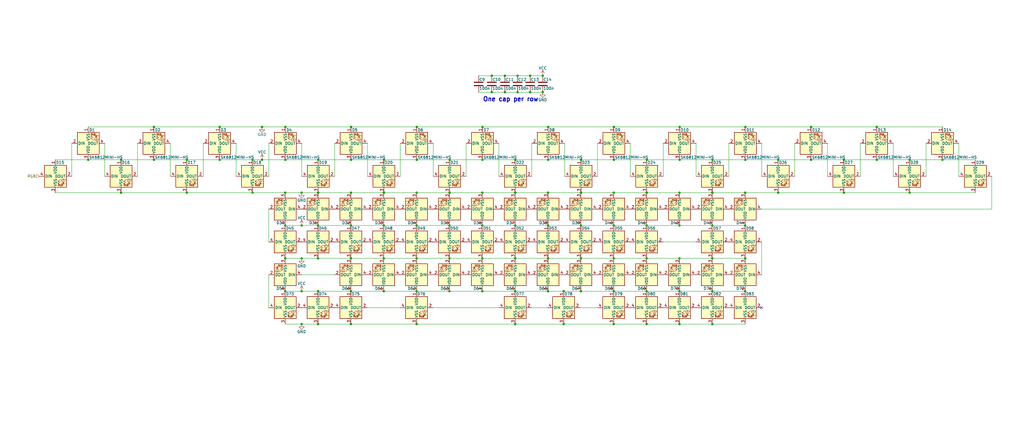
<source format=kicad_sch>
(kicad_sch (version 20211123) (generator eeschema)
  (paper "User" 475.005 200)
  (title_block (title "RGB LEDs") (date "2021-11-01") (rev "1.0") (company "0xCB") (comment 1 "Conor Burns"))
  (lib_symbols
    (symbol "0xcb:SK6812MINI-E" (pin_names (offset 0.254))
      (property "Reference" "D" (at 5.08 5.715 0))
      (property "Value" "SK6812MINI-E" (at 1.27 -5.715 0))
      (symbol "SK6812MINI-E_0_0"
        (text "RGB" (at 2.286 -4.191 0) (effects (font (size 0.762 0.762))))
      )
      (symbol "SK6812MINI-E_0_1"
        (polyline (pts (xy 1.27 -3.556) (xy 1.778 -3.556)))
        (polyline (pts (xy 1.27 -2.54) (xy 1.778 -2.54)))
        (polyline (pts (xy 4.699 -3.556) (xy 2.667 -3.556)))
        (polyline (pts (xy 2.286 -2.54) (xy 1.27 -3.556) (xy 1.27 -3.048)))
        (polyline (pts (xy 2.286 -1.524) (xy 1.27 -2.54) (xy 1.27 -2.032)))
        (polyline (pts (xy 3.683 -1.016) (xy 3.683 -3.556) (xy 3.683 -4.064)))
        (polyline (pts (xy 4.699 -1.524) (xy 2.667 -1.524) (xy 3.683 -3.556) (xy 4.699 -1.524)))
        (rectangle (start 5.08 5.08) (end -5.08 -5.08) (stroke (width 0.254)) (fill (type background)))
      )
      (symbol "SK6812MINI-E_1_1"
        (pin power_in line (at 0 7.62 270) (length 2.54) (name "VDD") (number "1"))
        (pin output line (at 7.62 0 180) (length 2.54) (name "DOUT") (number "2"))
        (pin power_in line (at 0 -7.62 90) (length 2.54) (name "VSS") (number "3"))
        (pin input line (at -7.62 0 0) (length 2.54) (name "DIN") (number "4"))
      )
    )
    (symbol "0xcb:SK6812MINI-HS" (pin_names (offset 0.254))
      (property "Reference" "D" (at 5.08 5.715 0))
      (property "Value" "SK6812MINI-HS" (at 1.27 -5.715 0))
      (symbol "SK6812MINI-HS_0_0"
        (text "RGB" (at 2.286 -4.191 0) (effects (font (size 0.762 0.762))))
      )
      (symbol "SK6812MINI-HS_0_1"
        (polyline (pts (xy 1.27 -3.556) (xy 1.778 -3.556)))
        (polyline (pts (xy 1.27 -2.54) (xy 1.778 -2.54)))
        (polyline (pts (xy 4.699 -3.556) (xy 2.667 -3.556)))
        (polyline (pts (xy 2.286 -2.54) (xy 1.27 -3.556) (xy 1.27 -3.048)))
        (polyline (pts (xy 2.286 -1.524) (xy 1.27 -2.54) (xy 1.27 -2.032)))
        (polyline (pts (xy 3.683 -1.016) (xy 3.683 -3.556) (xy 3.683 -4.064)))
        (polyline (pts (xy 4.699 -1.524) (xy 2.667 -1.524) (xy 3.683 -3.556) (xy 4.699 -1.524)))
        (rectangle (start 5.08 5.08) (end -5.08 -5.08) (stroke (width 0.254)) (fill (type background)))
      )
      (symbol "SK6812MINI-HS_1_1"
        (pin power_in line (at 0 -7.62 90) (length 2.54) (name "VSS") (number "1"))
        (pin input line (at -7.62 0 0) (length 2.54) (name "DIN") (number "2"))
        (pin power_in line (at 0 7.62 270) (length 2.54) (name "VDD") (number "3"))
        (pin output line (at 7.62 0 180) (length 2.54) (name "DOUT") (number "4"))
      )
    )
    (symbol "Device:C" (pin_numbers hide) (pin_names (offset 0.254))
      (property "Reference" "C" (at 0.635 2.54 0))
      (property "Value" "C" (at 0.635 -2.54 0))
      (symbol "C_0_1"
        (polyline (pts (xy -2.032 -0.762) (xy 2.032 -0.762)) (stroke (width 0.508)))
        (polyline (pts (xy -2.032 0.762) (xy 2.032 0.762)) (stroke (width 0.508)))
      )
      (symbol "C_1_1"
        (pin passive line (at 0 3.81 270) (length 2.794) (name "~") (number "1"))
        (pin passive line (at 0 -3.81 90) (length 2.794) (name "~") (number "2"))
      )
    )
    (symbol "power:GND" (power) (pin_names (offset 0))
      (property "Value" "GND" (at 0 -3.81 0))
      (symbol "GND_0_1"
        (polyline (pts (xy 0 0) (xy 0 -1.27) (xy 1.27 -1.27) (xy 0 -2.54) (xy -1.27 -1.27) (xy 0 -1.27)))
      )
      (symbol "GND_1_1"
        (pin power_in line (at 0 0 270) (length 0) hide (name "GND") (number "1"))
      )
    )
    (symbol "power:VCC" (power) (pin_names (offset 0))
      (property "Value" "VCC" (at 0 3.81 0))
      (symbol "VCC_0_1"
        (polyline (pts (xy -0.762 1.27) (xy 0 2.54)))
        (polyline (pts (xy 0 0) (xy 0 2.54)))
        (polyline (pts (xy 0 2.54) (xy 0.762 1.27)))
      )
      (symbol "VCC_1_1"
        (pin power_in line (at 0 0 90) (length 0) hide (name "VCC") (number "1"))
      )
    )
  )
  (junction (at 147.5232 150.3172))
  (junction (at 162.8412 58.8772))
  (junction (at 330.4032 119.8372))
  (junction (at 71.4012 58.8772))
  (junction (at 251.7394 35.1282))
  (junction (at 345.7212 58.8772))
  (junction (at 147.6012 74.1172))
  (junction (at 178.0032 119.8372))
  (junction (at 360.9612 89.3572))
  (junction (at 284.7612 74.1172))
  (junction (at 86.6412 74.1172))
  (junction (at 132.2832 119.8372))
  (junction (at 360.9612 74.1172))
  (junction (at 132.2832 104.5972))
  (junction (at 330.4812 74.1172))
  (junction (at 315.2412 58.8772))
  (junction (at 300.0012 89.3572))
  (junction (at 391.4412 74.1172))
  (junction (at 139.9032 119.8372))
  (junction (at 208.5612 74.1172))
  (junction (at 178.0032 135.0772))
  (junction (at 132.3612 58.8772))
  (junction (at 147.5232 135.0772))
  (junction (at 421.9212 74.1172))
  (junction (at 147.5232 119.8372))
  (junction (at 421.9212 89.3572))
  (junction (at 238.9632 104.5972))
  (junction (at 223.7232 135.0772))
  (junction (at 238.9632 150.3172))
  (junction (at 208.5612 89.3572))
  (junction (at 162.7632 135.0772))
  (junction (at 234.2134 35.1282))
  (junction (at 315.1632 89.3572))
  (junction (at 223.8012 74.1172))
  (junction (at 238.9632 89.3572))
  (junction (at 139.9032 135.0772))
  (junction (at 178.0032 89.3572))
  (junction (at 239.0412 89.3572))
  (junction (at 132.2832 135.0772))
  (junction (at 40.9212 74.1172))
  (junction (at 193.2432 104.5972))
  (junction (at 284.6832 104.5972))
  (junction (at 437.1612 74.1172))
  (junction (at 121.5361 58.8772))
  (junction (at 162.7632 104.5972))
  (junction (at 391.4412 89.3572))
  (junction (at 406.6812 58.8772))
  (junction (at 269.5212 74.1172))
  (junction (at 71.4012 74.1172))
  (junction (at 254.2812 74.1172))
  (junction (at 139.9032 89.3572))
  (junction (at 208.4832 119.8372))
  (junction (at 147.5232 89.3572))
  (junction (at 261.466 135.0772))
  (junction (at 330.4032 135.0772))
  (junction (at 121.5675 74.1172))
  (junction (at 193.2432 119.8372))
  (junction (at 86.6412 89.3572))
  (junction (at 261.466 150.3172))
  (junction (at 223.7232 89.3572))
  (junction (at 240.0554 42.7482))
  (junction (at 269.4432 104.5972))
  (junction (at 117.1212 89.3572))
  (junction (at 117.1212 74.1172))
  (junction (at 101.8812 74.1172))
  (junction (at 345.6432 104.5972))
  (junction (at 147.6012 89.3572))
  (junction (at 139.9032 104.5972))
  (junction (at 223.7232 119.8372))
  (junction (at 228.1174 35.1282))
  (junction (at 315.1632 135.0772))
  (junction (at 193.2432 89.3572))
  (junction (at 56.1612 74.1172))
  (junction (at 162.7632 89.3572))
  (junction (at 208.4832 135.0772))
  (junction (at 376.2012 74.1172))
  (junction (at 147.5232 104.5972))
  (junction (at 345.6432 89.3572))
  (junction (at 330.4032 104.5972))
  (junction (at 239.0412 74.1172))
  (junction (at 132.3612 74.1172))
  (junction (at 300.0012 74.1172))
  (junction (at 254.2032 135.0772))
  (junction (at 208.4832 89.3572))
  (junction (at 345.6432 135.0772))
  (junction (at 223.7232 104.5972))
  (junction (at 254.2032 104.5972))
  (junction (at 269.5212 89.3572))
  (junction (at 245.8974 35.1282))
  (junction (at 193.3212 58.8772))
  (junction (at 240.0554 35.1282))
  (junction (at 269.4432 135.0772))
  (junction (at 238.9632 135.0772))
  (junction (at 162.7632 150.3172))
  (junction (at 162.7632 119.8372))
  (junction (at 162.8412 74.1172))
  (junction (at 284.6832 135.0772))
  (junction (at 269.4432 89.3572))
  (junction (at 178.0032 104.5972))
  (junction (at 315.2412 74.1172))
  (junction (at 315.1632 119.8372))
  (junction (at 299.9232 135.0772))
  (junction (at 223.8012 58.8772))
  (junction (at 238.9632 119.8372))
  (junction (at 139.9032 150.3172))
  (junction (at 284.7612 58.8772))
  (junction (at 254.2032 89.3572))
  (junction (at 284.6832 119.8372))
  (junction (at 193.2432 135.0772))
  (junction (at 299.9232 89.3572))
  (junction (at 132.2832 89.3572))
  (junction (at 178.0812 74.1172))
  (junction (at 101.8812 58.8772))
  (junction (at 208.4832 104.5972))
  (junction (at 193.2432 150.3172))
  (junction (at 245.8974 42.7482))
  (junction (at 330.4812 89.3572))
  (junction (at 315.1632 150.3172))
  (junction (at 228.1174 42.7482))
  (junction (at 376.2012 58.8772))
  (junction (at 406.6812 74.1172))
  (junction (at 345.6432 119.8372))
  (junction (at 284.6832 89.3572))
  (junction (at 299.9232 119.8372))
  (junction (at 299.9232 104.5972))
  (junction (at 193.3212 74.1172))
  (junction (at 178.0812 89.3572))
  (junction (at 330.4032 89.3572))
  (junction (at 234.2134 42.7482))
  (junction (at 284.6832 150.3172))
  (junction (at 56.1612 89.3572))
  (junction (at 254.2032 119.8372))
  (junction (at 254.2812 58.8772))
  (junction (at 345.7212 74.1172))
  (junction (at 299.9232 150.3172))
  (junction (at 251.7394 42.7482))
  (junction (at 330.4032 150.3172))
  (junction (at 315.1632 104.5972))
  (junction (at 269.4432 119.8372))
  (no_connect (at 353.2632 142.6972))
  (wire (pts (xy 124.6632 127.4572) (xy 124.6632 142.6972)))
  (wire (pts (xy 238.9632 135.0772) (xy 254.2032 135.0772)))
  (wire (pts (xy 178.0032 119.8372) (xy 193.2432 119.8372)))
  (wire (pts (xy 299.9232 119.8372) (xy 315.1632 119.8372)))
  (wire (pts (xy 139.9032 119.8372) (xy 147.5232 119.8372)))
  (wire (pts (xy 132.2832 135.0772) (xy 139.9032 135.0772)))
  (wire (pts (xy 193.2432 104.5972) (xy 208.4832 104.5972)))
  (wire (pts (xy 299.9232 104.5972) (xy 315.1632 104.5972)))
  (wire (pts (xy 284.6832 104.5972) (xy 299.9232 104.5972)))
  (wire (pts (xy 261.466 150.3172) (xy 284.6832 150.3172)))
  (wire (pts (xy 299.9232 150.3172) (xy 315.1632 150.3172)))
  (wire (pts (xy 284.6832 150.3172) (xy 299.9232 150.3172)))
  (wire (pts (xy 216.1812 66.4972) (xy 216.1812 81.7372)))
  (wire (pts (xy 245.8974 35.1282) (xy 251.7394 35.1282)))
  (wire (pts (xy 185.6232 142.6972) (xy 170.3832 142.6972)))
  (wire (pts (xy 132.2832 104.5972) (xy 139.9032 104.5972)))
  (wire (pts (xy 124.7412 66.4972) (xy 124.7412 81.7372)))
  (wire (pts (xy 200.9412 66.4972) (xy 200.9412 81.7372)))
  (wire (pts (xy 222.0214 35.1282) (xy 228.1174 35.1282)))
  (wire (pts (xy 147.5232 150.3172) (xy 162.7632 150.3172)))
  (wire (pts (xy 239.0412 89.3572) (xy 254.2032 89.3572)))
  (wire (pts (xy 238.9632 89.3572) (xy 239.0412 89.3572)))
  (wire (pts (xy 139.9032 150.3172) (xy 147.5232 150.3172)))
  (wire (pts (xy 63.7812 66.4972) (xy 63.7812 81.7372)))
  (wire (pts (xy 139.9812 66.4972) (xy 139.9812 81.7372)))
  (wire (pts (xy 330.4032 104.5972) (xy 345.6432 104.5972)))
  (wire (pts (xy 147.5232 119.8372) (xy 162.7632 119.8372)))
  (wire (pts (xy 254.2032 119.8372) (xy 269.4432 119.8372)))
  (wire (pts (xy 155.2212 66.4972) (xy 155.2212 81.7372)))
  (wire (pts (xy 330.4032 119.8372) (xy 345.6432 119.8372)))
  (wire (pts (xy 444.7812 66.4972) (xy 444.7812 81.7372)))
  (wire (pts (xy 162.7632 150.3172) (xy 193.2432 150.3172)))
  (wire (pts (xy 368.5812 66.4972) (xy 368.5812 81.7372)))
  (wire (pts (xy 147.5232 135.0772) (xy 162.7632 135.0772)))
  (wire (pts (xy 231.4212 66.4972) (xy 231.4212 81.7372)))
  (wire (pts (xy 269.086 142.6972) (xy 277.0632 142.6972)))
  (wire (pts (xy 109.5012 66.4972) (xy 109.5012 81.7372)))
  (wire (pts (xy 383.8212 66.4972) (xy 383.8212 81.7372)))
  (wire (pts (xy 94.2612 66.4972) (xy 94.2612 81.7372)))
  (wire (pts (xy 162.7632 119.8372) (xy 178.0032 119.8372)))
  (wire (pts (xy 170.4612 66.4972) (xy 170.4612 81.7372)))
  (wire (pts (xy 208.4832 104.5972) (xy 223.7232 104.5972)))
  (wire (pts (xy 208.5612 89.3572) (xy 223.7232 89.3572)))
  (wire (pts (xy 208.4832 89.3572) (xy 208.5612 89.3572)))
  (wire (pts (xy 223.7232 119.8372) (xy 238.9632 119.8372)))
  (wire (pts (xy 193.2432 119.8372) (xy 208.4832 119.8372)))
  (wire (pts (xy 33.3012 66.4972) (xy 33.3012 81.7372)))
  (wire (pts (xy 307.6212 66.4972) (xy 307.6212 81.7372)))
  (wire (pts (xy 132.2832 89.3572) (xy 139.9032 89.3572)))
  (wire (pts (xy 330.4032 150.3172) (xy 345.6432 150.3172)))
  (wire (pts (xy 240.0554 35.1282) (xy 245.8974 35.1282)))
  (wire (pts (xy 139.9032 135.0772) (xy 147.5232 135.0772)))
  (wire (pts (xy 193.2432 89.3572) (xy 208.4832 89.3572)))
  (wire (pts (xy 178.0032 135.0772) (xy 193.2432 135.0772)))
  (wire (pts (xy 345.6432 89.3572) (xy 360.9612 89.3572)))
  (wire (pts (xy 421.9212 89.3572) (xy 452.4012 89.3572)))
  (wire (pts (xy 391.4412 89.3572) (xy 421.9212 89.3572)))
  (wire (pts (xy 360.9612 89.3572) (xy 391.4412 89.3572)))
  (wire (pts (xy 238.9632 150.3172) (xy 261.466 150.3172)))
  (wire (pts (xy 330.4032 135.0772) (xy 345.6432 135.0772)))
  (wire (pts (xy 132.2832 150.3172) (xy 139.9032 150.3172)))
  (wire (pts (xy 228.1174 35.1282) (xy 234.2134 35.1282)))
  (wire (pts (xy 429.5412 66.4972) (xy 429.5412 81.7372)))
  (wire (pts (xy 223.7232 89.3572) (xy 238.9632 89.3572)))
  (wire (pts (xy 315.1632 89.3572) (xy 330.4032 89.3572)))
  (wire (pts (xy 269.4432 119.8372) (xy 284.6832 119.8372)))
  (wire (pts (xy 185.7012 66.4972) (xy 185.7012 81.7372)))
  (wire (pts (xy 330.4812 89.3572) (xy 345.6432 89.3572)))
  (wire (pts (xy 330.4032 89.3572) (xy 330.4812 89.3572)))
  (wire (pts (xy 231.3432 142.6972) (xy 200.8632 142.6972)))
  (wire (pts (xy 48.5412 66.4972) (xy 48.5412 81.7372)))
  (wire (pts (xy 222.0214 42.7482) (xy 228.1174 42.7482)))
  (wire (pts (xy 299.9232 89.3572) (xy 300.0012 89.3572)))
  (wire (pts (xy 300.0012 89.3572) (xy 315.1632 89.3572)))
  (wire (pts (xy 406.6812 74.1172) (xy 421.9212 74.1172)))
  (wire (pts (xy 376.2012 74.1172) (xy 391.4412 74.1172)))
  (wire (pts (xy 437.1612 74.1172) (xy 452.4012 74.1172)))
  (wire (pts (xy 421.9212 74.1172) (xy 437.1612 74.1172)))
  (wire (pts (xy 391.4412 74.1172) (xy 406.6812 74.1172)))
  (wire (pts (xy 360.9612 74.1172) (xy 376.2012 74.1172)))
  (wire (pts (xy 284.6832 119.8372) (xy 299.9232 119.8372)))
  (wire (pts (xy 414.3012 66.4972) (xy 414.3012 81.7372)))
  (wire (pts (xy 315.1632 135.0772) (xy 330.4032 135.0772)))
  (wire (pts (xy 299.9232 135.0772) (xy 315.1632 135.0772)))
  (wire (pts (xy 253.846 142.6972) (xy 246.5832 142.6972)))
  (wire (pts (xy 460.0212 96.9772) (xy 353.2632 96.9772)))
  (wire (pts (xy 460.0212 81.7372) (xy 460.0212 96.9772)))
  (wire (pts (xy 162.8412 58.8772) (xy 193.3212 58.8772)))
  (wire (pts (xy 132.3612 58.8772) (xy 162.8412 58.8772)))
  (wire (pts (xy 193.3212 58.8772) (xy 223.8012 58.8772)))
  (wire (pts (xy 121.5361 58.8772) (xy 132.3612 58.8772)))
  (wire (pts (xy 101.8812 58.8772) (xy 121.5361 58.8772)))
  (wire (pts (xy 71.4012 58.8772) (xy 101.8812 58.8772)))
  (wire (pts (xy 40.9212 58.8772) (xy 71.4012 58.8772)))
  (wire (pts (xy 223.8012 58.8772) (xy 254.2812 58.8772)))
  (wire (pts (xy 406.6812 58.8772) (xy 437.1612 58.8772)))
  (wire (pts (xy 376.2012 58.8772) (xy 406.6812 58.8772)))
  (wire (pts (xy 254.2812 58.8772) (xy 284.7612 58.8772)))
  (wire (pts (xy 284.7612 58.8772) (xy 315.2412 58.8772)))
  (wire (pts (xy 345.7212 58.8772) (xy 376.2012 58.8772)))
  (wire (pts (xy 315.2412 58.8772) (xy 345.7212 58.8772)))
  (wire (pts (xy 353.2632 112.2172) (xy 353.2632 127.4572)))
  (wire (pts (xy 40.9212 74.1172) (xy 56.1612 74.1172)))
  (wire (pts (xy 307.5432 112.2172) (xy 322.7832 112.2172)))
  (wire (pts (xy 338.1012 66.4972) (xy 338.1012 81.7372)))
  (wire (pts (xy 261.466 135.0772) (xy 269.4432 135.0772)))
  (wire (pts (xy 238.9632 119.8372) (xy 254.2032 119.8372)))
  (wire (pts (xy 234.2134 42.7482) (xy 240.0554 42.7482)))
  (wire (pts (xy 254.2032 89.3572) (xy 269.4432 89.3572)))
  (wire (pts (xy 353.3412 66.4972) (xy 353.3412 81.7372)))
  (wire (pts (xy 277.1412 66.4972) (xy 277.1412 81.7372)))
  (wire (pts (xy 162.7632 104.5972) (xy 178.0032 104.5972)))
  (wire (pts (xy 162.7632 135.0772) (xy 178.0032 135.0772)))
  (wire (pts (xy 245.8974 42.7482) (xy 251.7394 42.7482)))
  (wire (pts (xy 178.0032 104.5972) (xy 193.2432 104.5972)))
  (wire (pts (xy 86.6412 89.3572) (xy 117.1212 89.3572)))
  (wire (pts (xy 117.1212 89.3572) (xy 132.2832 89.3572)))
  (wire (pts (xy 25.6812 89.3572) (xy 56.1612 89.3572)))
  (wire (pts (xy 56.1612 89.3572) (xy 86.6412 89.3572)))
  (wire (pts (xy 269.4432 135.0772) (xy 284.6832 135.0772)))
  (wire (pts (xy 315.1632 104.5972) (xy 330.4032 104.5972)))
  (wire (pts (xy 208.4832 119.8372) (xy 223.7232 119.8372)))
  (wire (pts (xy 193.2432 135.0772) (xy 208.4832 135.0772)))
  (wire (pts (xy 147.5232 104.5972) (xy 162.7632 104.5972)))
  (wire (pts (xy 240.0554 42.7482) (xy 245.8974 42.7482)))
  (wire (pts (xy 234.2134 35.1282) (xy 240.0554 35.1282)))
  (wire (pts (xy 162.8412 74.1172) (xy 178.0812 74.1172)))
  (wire (pts (xy 132.3612 74.1172) (xy 147.6012 74.1172)))
  (wire (pts (xy 147.6012 74.1172) (xy 162.8412 74.1172)))
  (wire (pts (xy 178.0812 74.1172) (xy 193.3212 74.1172)))
  (wire (pts (xy 223.8012 74.1172) (xy 239.0412 74.1172)))
  (wire (pts (xy 239.0412 74.1172) (xy 254.2812 74.1172)))
  (wire (pts (xy 208.5612 74.1172) (xy 223.8012 74.1172)))
  (wire (pts (xy 193.3212 74.1172) (xy 208.5612 74.1172)))
  (wire (pts (xy 86.6412 74.1172) (xy 101.8812 74.1172)))
  (wire (pts (xy 101.8812 74.1172) (xy 117.1212 74.1172)))
  (wire (pts (xy 117.1212 74.1172) (xy 121.5675 74.1172)))
  (wire (pts (xy 121.5675 74.1172) (xy 132.3612 74.1172)))
  (wire (pts (xy 56.1612 74.1172) (xy 71.4012 74.1172)))
  (wire (pts (xy 71.4012 74.1172) (xy 86.6412 74.1172)))
  (wire (pts (xy 269.5212 74.1172) (xy 284.7612 74.1172)))
  (wire (pts (xy 254.2812 74.1172) (xy 269.5212 74.1172)))
  (wire (pts (xy 300.0012 74.1172) (xy 315.2412 74.1172)))
  (wire (pts (xy 284.7612 74.1172) (xy 300.0012 74.1172)))
  (wire (pts (xy 315.2412 74.1172) (xy 330.4812 74.1172)))
  (wire (pts (xy 345.7212 74.1172) (xy 360.9612 74.1172)))
  (wire (pts (xy 330.4812 74.1172) (xy 345.7212 74.1172)))
  (wire (pts (xy 238.9632 104.5972) (xy 254.2032 104.5972)))
  (wire (pts (xy 269.4432 89.3572) (xy 269.5212 89.3572)))
  (wire (pts (xy 269.5212 89.3572) (xy 284.6832 89.3572)))
  (wire (pts (xy 223.7232 135.0772) (xy 238.9632 135.0772)))
  (wire (pts (xy 208.4832 135.0772) (xy 223.7232 135.0772)))
  (wire (pts (xy 132.2832 119.8372) (xy 139.9032 119.8372)))
  (wire (pts (xy 315.1632 119.8372) (xy 330.4032 119.8372)))
  (wire (pts (xy 284.6832 89.3572) (xy 299.9232 89.3572)))
  (wire (pts (xy 228.1174 42.7482) (xy 234.2134 42.7482)))
  (wire (pts (xy 292.3812 66.4972) (xy 292.3812 81.7372)))
  (wire (pts (xy 322.8612 66.4972) (xy 322.8612 81.7372)))
  (wire (pts (xy 139.9032 104.5972) (xy 147.5232 104.5972)))
  (wire (pts (xy 139.9032 127.4572) (xy 155.1432 127.4572)))
  (wire (pts (xy 147.5232 89.3572) (xy 147.6012 89.3572)))
  (wire (pts (xy 147.6012 89.3572) (xy 162.7632 89.3572)))
  (wire (pts (xy 269.4432 104.5972) (xy 284.6832 104.5972)))
  (wire (pts (xy 178.0812 89.3572) (xy 193.2432 89.3572)))
  (wire (pts (xy 178.0032 89.3572) (xy 178.0812 89.3572)))
  (wire (pts (xy 254.2032 104.5972) (xy 269.4432 104.5972)))
  (wire (pts (xy 79.0212 66.4972) (xy 79.0212 81.7372)))
  (wire (pts (xy 193.2432 150.3172) (xy 238.9632 150.3172)))
  (wire (pts (xy 261.9012 66.4972) (xy 261.9012 81.7372)))
  (wire (pts (xy 399.0612 66.4972) (xy 399.0612 81.7372)))
  (wire (pts (xy 315.1632 150.3172) (xy 330.4032 150.3172)))
  (wire (pts (xy 139.9032 89.3572) (xy 147.5232 89.3572)))
  (wire (pts (xy 124.6632 96.9772) (xy 124.6632 112.2172)))
  (wire (pts (xy 223.7232 104.5972) (xy 238.9632 104.5972)))
  (wire (pts (xy 162.7632 89.3572) (xy 178.0032 89.3572)))
  (wire (pts (xy 246.6612 66.4972) (xy 246.6612 81.7372)))
  (wire (pts (xy 25.6812 74.1172) (xy 40.9212 74.1172)))
  (wire (pts (xy 261.466 135.0772) (xy 254.2032 135.0772)))
  (wire (pts (xy 299.9232 135.0772) (xy 284.6832 135.0772)))
  (text "One cap per row" (at 223.9264 47.3202 0) (effects (font (size 2 2) (thickness 0.4) bold) (justify left bottom)))
  (hierarchical_label "RGB" (shape input) (at 18.0612 81.7372 180))
  (symbol (lib_id "0xcb:SK6812MINI-E") (at 147.5232 96.9772 180) (unit 1)
    (property "Reference" "D31" (at 147.2692 103.3273 0) (effects (justify left)))
    (property "Value" "SK6812MINI-E" (effects hide))
    (property "Footprint" "0xcb:MX_SK6812MINI-E" (effects hide))
  )
  (symbol (lib_id "0xcb:SK6812MINI-E") (at 238.9632 112.2172 0) (unit 1)
    (property "Reference" "D52" (at 239.2172 105.8671 0) (effects (justify left)))
    (property "Value" "SK6812MINI-E" (effects hide))
    (property "Footprint" "0xcb:MX_SK6812MINI-E" (effects hide))
  )
  (symbol (lib_id "0xcb:SK6812MINI-E") (at 238.9632 127.4572 180) (unit 1)
    (property "Reference" "D65" (at 238.7092 133.8073 0) (effects (justify left)))
    (property "Value" "SK6812MINI-E" (effects hide))
    (property "Footprint" "0xcb:MX_SK6812MINI-E" (effects hide))
  )
  (symbol (lib_id "power:GND") (at 251.7394 42.7482 0) (unit 1)
    (property "Reference" "#PWR011" (effects hide))
    (property "Value" "GND" (at 251.7394 46.3042 0))
  )
  (symbol (lib_id "0xcb:SK6812MINI-E") (at 162.7632 142.6972 0) (unit 1)
    (property "Reference" "D75" (at 163.0172 136.3471 0) (effects (justify left)))
    (property "Value" "SK6812MINI-E" (effects hide))
    (property "Footprint" "0xcb:MX_SK6812MINI-E" (effects hide))
  )
  (symbol (lib_id "0xcb:SK6812MINI-E") (at 178.0032 112.2172 0) (unit 1)
    (property "Reference" "D48" (at 178.2572 105.8671 0) (effects (justify left)))
    (property "Value" "SK6812MINI-E" (effects hide))
    (property "Footprint" "0xcb:MX_SK6812MINI-E" (effects hide))
  )
  (symbol (lib_id "0xcb:SK6812MINI-HS") (at 71.4012 66.4972 0) (mirror x) (unit 1)
    (property "Reference" "D2" (at 71.7822 60.2743 0) (effects (justify left)))
    (property "Value" "SK6812MINI-HS" (at 71.7822 72.9743 0) (effects (justify left)))
    (property "Footprint" "0xcb:SK6812MINI-HS" (effects hide))
  )
  (symbol (lib_id "0xcb:SK6812MINI-E") (at 56.1612 81.7372 0) (unit 1)
    (property "Reference" "D16" (at 56.4152 75.3871 0) (effects (justify left)))
    (property "Value" "SK6812MINI-E" (effects hide))
    (property "Footprint" "0xcb:MX_SK6812MINI-E" (effects hide))
  )
  (symbol (lib_id "0xcb:SK6812MINI-E") (at 345.6432 112.2172 0) (unit 1)
    (property "Reference" "D58" (at 345.8972 105.8671 0) (effects (justify left)))
    (property "Value" "SK6812MINI-E" (effects hide))
    (property "Footprint" "0xcb:MX_SK6812MINI-E" (effects hide))
  )
  (symbol (lib_id "0xcb:SK6812MINI-E") (at 269.4432 112.2172 0) (unit 1)
    (property "Reference" "D54" (at 269.6972 105.8671 0) (effects (justify left)))
    (property "Value" "SK6812MINI-E" (effects hide))
    (property "Footprint" "0xcb:MX_SK6812MINI-E" (effects hide))
  )
  (symbol (lib_id "0xcb:SK6812MINI-E") (at 330.4032 142.6972 0) (unit 1)
    (property "Reference" "D82" (at 330.6572 136.3471 0) (effects (justify left)))
    (property "Value" "SK6812MINI-E" (effects hide))
    (property "Footprint" "0xcb:MX_SK6812MINI-E" (effects hide))
  )
  (symbol (lib_id "power:VCC") (at 251.7394 35.1282 0) (unit 1)
    (property "Reference" "#PWR010" (effects hide))
    (property "Value" "VCC" (at 251.7394 31.5722 0))
  )
  (symbol (lib_id "0xcb:SK6812MINI-E") (at 223.7232 96.9772 180) (unit 1)
    (property "Reference" "D36" (at 223.4692 103.3273 0) (effects (justify left)))
    (property "Value" "SK6812MINI-E" (effects hide))
    (property "Footprint" "0xcb:MX_SK6812MINI-E" (effects hide))
  )
  (symbol (lib_id "power:VCC") (at 139.9032 135.0772 0) (unit 1)
    (property "Reference" "#PWR017" (effects hide))
    (property "Value" "VCC" (at 139.9032 131.5212 0))
  )
  (symbol (lib_id "power:GND") (at 121.5361 58.8772 0) (unit 1)
    (property "Reference" "#PWR0101" (effects hide))
    (property "Value" "GND" (at 121.5361 62.4332 0))
  )
  (symbol (lib_id "0xcb:SK6812MINI-E") (at 300.0012 81.7372 0) (unit 1)
    (property "Reference" "D24" (at 300.2552 75.3871 0) (effects (justify left)))
    (property "Value" "SK6812MINI-E" (effects hide))
    (property "Footprint" "0xcb:MX_SK6812MINI-E" (effects hide))
  )
  (symbol (lib_id "0xcb:SK6812MINI-E") (at 269.4432 96.9772 180) (unit 1)
    (property "Reference" "D39" (at 269.1892 103.3273 0) (effects (justify left)))
    (property "Value" "SK6812MINI-E" (effects hide))
    (property "Footprint" "0xcb:MX_SK6812MINI-E" (effects hide))
  )
  (symbol (lib_id "0xcb:SK6812MINI-E") (at 269.5212 81.7372 0) (unit 1)
    (property "Reference" "D23" (at 269.7752 75.3871 0) (effects (justify left)))
    (property "Value" "SK6812MINI-E" (effects hide))
    (property "Footprint" "0xcb:MX_SK6812MINI-E" (effects hide))
  )
  (symbol (lib_id "0xcb:SK6812MINI-E") (at 208.4832 112.2172 0) (unit 1)
    (property "Reference" "D50" (at 208.7372 105.8671 0) (effects (justify left)))
    (property "Value" "SK6812MINI-E" (effects hide))
    (property "Footprint" "0xcb:MX_SK6812MINI-E" (effects hide))
  )
  (symbol (lib_id "power:VCC") (at 139.9032 104.5972 0) (unit 1)
    (property "Reference" "#PWR015" (effects hide))
    (property "Value" "VCC" (at 139.9032 101.0412 0))
  )
  (symbol (lib_id "0xcb:SK6812MINI-E") (at 299.9232 127.4572 180) (unit 1)
    (property "Reference" "D69" (at 299.6692 133.8073 0) (effects (justify left)))
    (property "Value" "SK6812MINI-E" (effects hide))
    (property "Footprint" "0xcb:MX_SK6812MINI-E" (effects hide))
  )
  (symbol (lib_id "0xcb:SK6812MINI-E") (at 132.2832 112.2172 0) (unit 1)
    (property "Reference" "D45" (at 132.5372 105.8671 0) (effects (justify left)))
    (property "Value" "SK6812MINI-E" (effects hide))
    (property "Footprint" "0xcb:MX_SK6812MINI-E" (effects hide))
  )
  (symbol (lib_id "0xcb:SK6812MINI-E") (at 239.0412 81.7372 0) (unit 1)
    (property "Reference" "D22" (at 239.2952 75.3871 0) (effects (justify left)))
    (property "Value" "SK6812MINI-E" (effects hide))
    (property "Footprint" "0xcb:MX_SK6812MINI-E" (effects hide))
  )
  (symbol (lib_id "0xcb:SK6812MINI-E") (at 193.2432 96.9772 180) (unit 1)
    (property "Reference" "D34" (at 192.9892 103.3273 0) (effects (justify left)))
    (property "Value" "SK6812MINI-E" (effects hide))
    (property "Footprint" "0xcb:MX_SK6812MINI-E" (effects hide))
  )
  (symbol (lib_id "0xcb:SK6812MINI-E") (at 117.1212 81.7372 0) (unit 1)
    (property "Reference" "D18" (at 117.3752 75.3871 0) (effects (justify left)))
    (property "Value" "SK6812MINI-E" (effects hide))
    (property "Footprint" "0xcb:MX_SK6812MINI-E" (effects hide))
  )
  (symbol (lib_id "0xcb:SK6812MINI-E") (at 147.6012 81.7372 0) (unit 1)
    (property "Reference" "D19" (at 147.8552 75.3871 0) (effects (justify left)))
    (property "Value" "SK6812MINI-E" (effects hide))
    (property "Footprint" "0xcb:MX_SK6812MINI-E" (effects hide))
  )
  (symbol (lib_id "power:GND") (at 139.9032 89.3572 0) (unit 1)
    (property "Reference" "#PWR014" (effects hide))
    (property "Value" "GND" (at 139.9032 92.9132 0))
  )
  (symbol (lib_id "power:GND") (at 139.9032 119.8372 0) (unit 1)
    (property "Reference" "#PWR016" (effects hide))
    (property "Value" "GND" (at 139.9032 123.3932 0))
  )
  (symbol (lib_id "Device:C") (at 228.1174 38.9382 0) (unit 1)
    (property "Reference" "C10" (at 228.3714 36.9061 0) (effects (justify left)))
    (property "Value" "100n" (at 228.3714 40.9701 0) (effects (justify left)))
    (property "Footprint" "Capacitor_SMD:C_0603_1608Metric" (effects hide))
  )
  (symbol (lib_id "power:VCC") (at 121.5675 74.1172 0) (unit 1)
    (property "Reference" "#PWR012" (effects hide))
    (property "Value" "VCC" (at 121.5675 70.5612 0))
  )
  (symbol (lib_id "0xcb:SK6812MINI-E") (at 315.1632 142.6972 0) (unit 1)
    (property "Reference" "D81" (at 315.4172 136.3471 0) (effects (justify left)))
    (property "Value" "SK6812MINI-E" (effects hide))
    (property "Footprint" "0xcb:MX_SK6812MINI-E" (effects hide))
  )
  (symbol (lib_id "0xcb:SK6812MINI-HS") (at 284.7612 66.4972 0) (mirror x) (unit 1)
    (property "Reference" "D9" (at 285.1422 60.2743 0) (effects (justify left)))
    (property "Value" "SK6812MINI-HS" (at 285.1422 72.9743 0) (effects (justify left)))
    (property "Footprint" "0xcb:SK6812MINI-HS" (effects hide))
  )
  (symbol (lib_id "0xcb:SK6812MINI-E") (at 330.4812 81.7372 0) (unit 1)
    (property "Reference" "D25" (at 330.7352 75.3871 0) (effects (justify left)))
    (property "Value" "SK6812MINI-E" (effects hide))
    (property "Footprint" "0xcb:MX_SK6812MINI-E" (effects hide))
  )
  (symbol (lib_id "0xcb:SK6812MINI-E") (at 193.2432 142.6972 0) (unit 1)
    (property "Reference" "D76" (at 193.4972 136.3471 0) (effects (justify left)))
    (property "Value" "SK6812MINI-E" (effects hide))
    (property "Footprint" "0xcb:MX_SK6812MINI-E" (effects hide))
  )
  (symbol (lib_id "0xcb:SK6812MINI-HS") (at 132.3612 66.4972 0) (mirror x) (unit 1)
    (property "Reference" "D4" (at 132.7422 60.2743 0) (effects (justify left)))
    (property "Value" "SK6812MINI-HS" (at 132.7422 72.9743 0) (effects (justify left)))
    (property "Footprint" "0xcb:SK6812MINI-HS" (effects hide))
  )
  (symbol (lib_id "0xcb:SK6812MINI-E") (at 284.6832 142.6972 0) (unit 1)
    (property "Reference" "D79" (at 284.9372 136.3471 0) (effects (justify left)))
    (property "Value" "SK6812MINI-E" (effects hide))
    (property "Footprint" "0xcb:MX_SK6812MINI-E" (effects hide))
  )
  (symbol (lib_id "0xcb:SK6812MINI-HS") (at 376.2012 66.4972 0) (mirror x) (unit 1)
    (property "Reference" "D12" (at 376.5822 60.2743 0) (effects (justify left)))
    (property "Value" "SK6812MINI-HS" (at 376.5822 72.9743 0) (effects (justify left)))
    (property "Footprint" "0xcb:SK6812MINI-HS" (effects hide))
  )
  (symbol (lib_id "Device:C") (at 234.2134 38.9382 0) (unit 1)
    (property "Reference" "C11" (at 234.4674 36.9061 0) (effects (justify left)))
    (property "Value" "100n" (at 234.4674 40.9701 0) (effects (justify left)))
    (property "Footprint" "Capacitor_SMD:C_0603_1608Metric" (effects hide))
  )
  (symbol (lib_id "0xcb:SK6812MINI-HS") (at 101.8812 66.4972 0) (mirror x) (unit 1)
    (property "Reference" "D3" (at 102.2622 60.2743 0) (effects (justify left)))
    (property "Value" "SK6812MINI-HS" (at 102.2622 72.9743 0) (effects (justify left)))
    (property "Footprint" "0xcb:SK6812MINI-HS" (effects hide))
  )
  (symbol (lib_id "0xcb:SK6812MINI-E") (at 360.9612 81.7372 0) (unit 1)
    (property "Reference" "D26" (at 361.2152 75.3871 0) (effects (justify left)))
    (property "Value" "SK6812MINI-E" (effects hide))
    (property "Footprint" "0xcb:MX_SK6812MINI-E" (effects hide))
  )
  (symbol (lib_id "0xcb:SK6812MINI-E") (at 284.6832 127.4572 180) (unit 1)
    (property "Reference" "D68" (at 284.4292 133.8073 0) (effects (justify left)))
    (property "Value" "SK6812MINI-E" (effects hide))
    (property "Footprint" "0xcb:MX_SK6812MINI-E" (effects hide))
  )
  (symbol (lib_id "0xcb:SK6812MINI-HS") (at 193.3212 66.4972 0) (mirror x) (unit 1)
    (property "Reference" "D6" (at 193.7022 60.2743 0) (effects (justify left)))
    (property "Value" "SK6812MINI-HS" (at 193.7022 72.9743 0) (effects (justify left)))
    (property "Footprint" "0xcb:SK6812MINI-HS" (effects hide))
  )
  (symbol (lib_id "0xcb:SK6812MINI-E") (at 223.7232 127.4572 180) (unit 1)
    (property "Reference" "D64" (at 223.4692 133.8073 0) (effects (justify left)))
    (property "Value" "SK6812MINI-E" (effects hide))
    (property "Footprint" "0xcb:MX_SK6812MINI-E" (effects hide))
  )
  (symbol (lib_id "0xcb:SK6812MINI-E") (at 421.9212 81.7372 0) (unit 1)
    (property "Reference" "D28" (at 422.1752 75.3871 0) (effects (justify left)))
    (property "Value" "SK6812MINI-E" (effects hide))
    (property "Footprint" "0xcb:MX_SK6812MINI-E" (effects hide))
  )
  (symbol (lib_id "0xcb:SK6812MINI-E") (at 162.7632 96.9772 180) (unit 1)
    (property "Reference" "D32" (at 162.5092 103.3273 0) (effects (justify left)))
    (property "Value" "SK6812MINI-E" (effects hide))
    (property "Footprint" "0xcb:MX_SK6812MINI-E" (effects hide))
  )
  (symbol (lib_id "0xcb:SK6812MINI-HS") (at 437.1612 66.4972 0) (mirror x) (unit 1)
    (property "Reference" "D14" (at 437.5422 60.2743 0) (effects (justify left)))
    (property "Value" "SK6812MINI-HS" (at 437.5422 72.9743 0) (effects (justify left)))
    (property "Footprint" "0xcb:SK6812MINI-HS" (effects hide))
  )
  (symbol (lib_id "0xcb:SK6812MINI-E") (at 345.6432 96.9772 180) (unit 1)
    (property "Reference" "D44" (at 345.3892 103.3273 0) (effects (justify left)))
    (property "Value" "SK6812MINI-E" (effects hide))
    (property "Footprint" "0xcb:MX_SK6812MINI-E" (effects hide))
  )
  (symbol (lib_id "0xcb:SK6812MINI-E") (at 315.1632 96.9772 180) (unit 1)
    (property "Reference" "D42" (at 314.9092 103.3273 0) (effects (justify left)))
    (property "Value" "SK6812MINI-E" (effects hide))
    (property "Footprint" "0xcb:MX_SK6812MINI-E" (effects hide))
  )
  (symbol (lib_id "0xcb:SK6812MINI-E") (at 284.6832 96.9772 180) (unit 1)
    (property "Reference" "D40" (at 284.4292 103.3273 0) (effects (justify left)))
    (property "Value" "SK6812MINI-E" (effects hide))
    (property "Footprint" "0xcb:MX_SK6812MINI-E" (effects hide))
  )
  (symbol (lib_id "0xcb:SK6812MINI-E") (at 223.7232 112.2172 0) (unit 1)
    (property "Reference" "D51" (at 223.9772 105.8671 0) (effects (justify left)))
    (property "Value" "SK6812MINI-E" (effects hide))
    (property "Footprint" "0xcb:MX_SK6812MINI-E" (effects hide))
  )
  (symbol (lib_id "0xcb:SK6812MINI-E") (at 391.4412 81.7372 0) (unit 1)
    (property "Reference" "D27" (at 391.6952 75.3871 0) (effects (justify left)))
    (property "Value" "SK6812MINI-E" (effects hide))
    (property "Footprint" "0xcb:MX_SK6812MINI-E" (effects hide))
  )
  (symbol (lib_id "0xcb:SK6812MINI-E") (at 299.9232 112.2172 0) (unit 1)
    (property "Reference" "D56" (at 300.1772 105.8671 0) (effects (justify left)))
    (property "Value" "SK6812MINI-E" (effects hide))
    (property "Footprint" "0xcb:MX_SK6812MINI-E" (effects hide))
  )
  (symbol (lib_id "0xcb:SK6812MINI-E") (at 86.6412 81.7372 0) (unit 1)
    (property "Reference" "D17" (at 86.8952 75.3871 0) (effects (justify left)))
    (property "Value" "SK6812MINI-E" (effects hide))
    (property "Footprint" "0xcb:MX_SK6812MINI-E" (effects hide))
  )
  (symbol (lib_id "0xcb:SK6812MINI-E") (at 208.4832 127.4572 180) (unit 1)
    (property "Reference" "D63" (at 208.2292 133.8073 0) (effects (justify left)))
    (property "Value" "SK6812MINI-E" (effects hide))
    (property "Footprint" "0xcb:MX_SK6812MINI-E" (effects hide))
  )
  (symbol (lib_id "0xcb:SK6812MINI-E") (at 238.9632 142.6972 0) (unit 1)
    (property "Reference" "D77" (at 239.2172 136.3471 0) (effects (justify left)))
    (property "Value" "SK6812MINI-E" (effects hide))
    (property "Footprint" "0xcb:MX_SK6812MINI-E" (effects hide))
  )
  (symbol (lib_id "0xcb:SK6812MINI-E") (at 208.5612 81.7372 0) (unit 1)
    (property "Reference" "D21" (at 208.8152 75.3871 0) (effects (justify left)))
    (property "Value" "SK6812MINI-E" (effects hide))
    (property "Footprint" "0xcb:MX_SK6812MINI-E" (effects hide))
  )
  (symbol (lib_id "0xcb:SK6812MINI-E") (at 452.4012 81.7372 0) (unit 1)
    (property "Reference" "D29" (at 452.6552 75.3871 0) (effects (justify left)))
    (property "Value" "SK6812MINI-E" (effects hide))
    (property "Footprint" "0xcb:MX_SK6812MINI-E" (effects hide))
  )
  (symbol (lib_id "0xcb:SK6812MINI-E") (at 25.6812 81.7372 0) (unit 1)
    (property "Reference" "D15" (at 25.9352 75.3871 0) (effects (justify left)))
    (property "Value" "SK6812MINI-E" (effects hide))
    (property "Footprint" "0xcb:MX_SK6812MINI-E" (effects hide))
  )
  (symbol (lib_id "0xcb:SK6812MINI-HS") (at 315.2412 66.4972 0) (mirror x) (unit 1)
    (property "Reference" "D10" (at 315.6222 60.2743 0) (effects (justify left)))
    (property "Value" "SK6812MINI-HS" (at 315.6222 72.9743 0) (effects (justify left)))
    (property "Footprint" "0xcb:SK6812MINI-HS" (effects hide))
  )
  (symbol (lib_id "Device:C") (at 222.0214 38.9382 0) (unit 1)
    (property "Reference" "C9" (at 222.2754 36.9061 0) (effects (justify left)))
    (property "Value" "100n" (at 222.2754 40.9701 0) (effects (justify left)))
    (property "Footprint" "Capacitor_SMD:C_0603_1608Metric" (effects hide))
  )
  (symbol (lib_id "0xcb:SK6812MINI-E") (at 284.6832 112.2172 0) (unit 1)
    (property "Reference" "D55" (at 284.9372 105.8671 0) (effects (justify left)))
    (property "Value" "SK6812MINI-E" (effects hide))
    (property "Footprint" "0xcb:MX_SK6812MINI-E" (effects hide))
  )
  (symbol (lib_id "0xcb:SK6812MINI-E") (at 299.9232 96.9772 180) (unit 1)
    (property "Reference" "D41" (at 299.6692 103.3273 0) (effects (justify left)))
    (property "Value" "SK6812MINI-E" (effects hide))
    (property "Footprint" "0xcb:MX_SK6812MINI-E" (effects hide))
  )
  (symbol (lib_id "0xcb:SK6812MINI-E") (at 345.6432 142.6972 0) (unit 1)
    (property "Reference" "D83" (at 345.8972 136.3471 0) (effects (justify left)))
    (property "Value" "SK6812MINI-E" (effects hide))
    (property "Footprint" "0xcb:MX_SK6812MINI-E" (effects hide))
  )
  (symbol (lib_id "0xcb:SK6812MINI-E") (at 299.9232 142.6972 0) (unit 1)
    (property "Reference" "D80" (at 300.1772 136.3471 0) (effects (justify left)))
    (property "Value" "SK6812MINI-E" (effects hide))
    (property "Footprint" "0xcb:MX_SK6812MINI-E" (effects hide))
  )
  (symbol (lib_id "0xcb:SK6812MINI-E") (at 193.2432 112.2172 0) (unit 1)
    (property "Reference" "D49" (at 193.4972 105.8671 0) (effects (justify left)))
    (property "Value" "SK6812MINI-E" (effects hide))
    (property "Footprint" "0xcb:MX_SK6812MINI-E" (effects hide))
  )
  (symbol (lib_id "0xcb:SK6812MINI-E") (at 208.4832 96.9772 180) (unit 1)
    (property "Reference" "D35" (at 208.2292 103.3273 0) (effects (justify left)))
    (property "Value" "SK6812MINI-E" (effects hide))
    (property "Footprint" "0xcb:MX_SK6812MINI-E" (effects hide))
  )
  (symbol (lib_id "0xcb:SK6812MINI-E") (at 147.5232 112.2172 0) (unit 1)
    (property "Reference" "D46" (at 147.7772 105.8671 0) (effects (justify left)))
    (property "Value" "SK6812MINI-E" (effects hide))
    (property "Footprint" "0xcb:MX_SK6812MINI-E" (effects hide))
  )
  (symbol (lib_id "0xcb:SK6812MINI-E") (at 132.2832 96.9772 180) (unit 1)
    (property "Reference" "D30" (at 132.0292 103.3273 0) (effects (justify left)))
    (property "Value" "SK6812MINI-E" (effects hide))
    (property "Footprint" "0xcb:MX_SK6812MINI-E" (effects hide))
  )
  (symbol (lib_id "0xcb:SK6812MINI-HS") (at 345.7212 66.4972 0) (mirror x) (unit 1)
    (property "Reference" "D11" (at 346.1022 60.2743 0) (effects (justify left)))
    (property "Value" "SK6812MINI-HS" (at 346.1022 72.9743 0) (effects (justify left)))
    (property "Footprint" "0xcb:SK6812MINI-HS" (effects hide))
  )
  (symbol (lib_id "0xcb:SK6812MINI-E") (at 178.0812 81.7372 0) (unit 1)
    (property "Reference" "D20" (at 178.3352 75.3871 0) (effects (justify left)))
    (property "Value" "SK6812MINI-E" (effects hide))
    (property "Footprint" "0xcb:MX_SK6812MINI-E" (effects hide))
  )
  (symbol (lib_id "0xcb:SK6812MINI-HS") (at 40.9212 66.4972 0) (mirror x) (unit 1)
    (property "Reference" "D1" (at 41.3022 60.2743 0) (effects (justify left)))
    (property "Value" "SK6812MINI-HS" (at 41.3022 72.9743 0) (effects (justify left)))
    (property "Footprint" "0xcb:SK6812MINI-HS" (effects hide))
  )
  (symbol (lib_id "0xcb:SK6812MINI-E") (at 330.4032 127.4572 180) (unit 1)
    (property "Reference" "D71" (at 330.1492 133.8073 0) (effects (justify left)))
    (property "Value" "SK6812MINI-E" (effects hide))
    (property "Footprint" "0xcb:MX_SK6812MINI-E" (effects hide))
  )
  (symbol (lib_id "0xcb:SK6812MINI-E") (at 178.0032 96.9772 180) (unit 1)
    (property "Reference" "D33" (at 177.7492 103.3273 0) (effects (justify left)))
    (property "Value" "SK6812MINI-E" (effects hide))
    (property "Footprint" "0xcb:MX_SK6812MINI-E" (effects hide))
  )
  (symbol (lib_id "0xcb:SK6812MINI-HS") (at 162.8412 66.4972 0) (mirror x) (unit 1)
    (property "Reference" "D5" (at 163.2222 60.2743 0) (effects (justify left)))
    (property "Value" "SK6812MINI-HS" (at 163.2222 72.9743 0) (effects (justify left)))
    (property "Footprint" "0xcb:SK6812MINI-HS" (effects hide))
  )
  (symbol (lib_id "0xcb:SK6812MINI-E") (at 178.0032 127.4572 180) (unit 1)
    (property "Reference" "D61" (at 177.7492 133.8073 0) (effects (justify left)))
    (property "Value" "SK6812MINI-E" (effects hide))
    (property "Footprint" "0xcb:MX_SK6812MINI-E" (effects hide))
  )
  (symbol (lib_id "0xcb:SK6812MINI-E") (at 330.4032 96.9772 180) (unit 1)
    (property "Reference" "D43" (at 330.1492 103.3273 0) (effects (justify left)))
    (property "Value" "SK6812MINI-E" (effects hide))
    (property "Footprint" "0xcb:MX_SK6812MINI-E" (effects hide))
  )
  (symbol (lib_id "0xcb:SK6812MINI-HS") (at 254.2812 66.4972 0) (mirror x) (unit 1)
    (property "Reference" "D8" (at 254.6622 60.2743 0) (effects (justify left)))
    (property "Value" "SK6812MINI-HS" (at 254.6622 72.9743 0) (effects (justify left)))
    (property "Footprint" "0xcb:SK6812MINI-HS" (effects hide))
  )
  (symbol (lib_id "0xcb:SK6812MINI-HS") (at 406.6812 66.4972 0) (mirror x) (unit 1)
    (property "Reference" "D13" (at 407.0622 60.2743 0) (effects (justify left)))
    (property "Value" "SK6812MINI-HS" (at 407.0622 72.9743 0) (effects (justify left)))
    (property "Footprint" "0xcb:SK6812MINI-HS" (effects hide))
  )
  (symbol (lib_id "0xcb:SK6812MINI-E") (at 345.6432 127.4572 180) (unit 1)
    (property "Reference" "D72" (at 345.3892 133.8073 0) (effects (justify left)))
    (property "Value" "SK6812MINI-E" (effects hide))
    (property "Footprint" "0xcb:MX_SK6812MINI-E" (effects hide))
  )
  (symbol (lib_id "0xcb:SK6812MINI-E") (at 330.4032 112.2172 0) (unit 1)
    (property "Reference" "D57" (at 330.6572 105.8671 0) (effects (justify left)))
    (property "Value" "SK6812MINI-E" (effects hide))
    (property "Footprint" "0xcb:MX_SK6812MINI-E" (effects hide))
  )
  (symbol (lib_id "0xcb:SK6812MINI-E") (at 132.2832 142.6972 0) (unit 1)
    (property "Reference" "D73" (at 132.5372 136.3471 0) (effects (justify left)))
    (property "Value" "SK6812MINI-E" (effects hide))
    (property "Footprint" "0xcb:MX_SK6812MINI-E" (effects hide))
  )
  (symbol (lib_id "0xcb:SK6812MINI-E") (at 254.2032 112.2172 0) (unit 1)
    (property "Reference" "D53" (at 254.4572 105.8671 0) (effects (justify left)))
    (property "Value" "SK6812MINI-E" (effects hide))
    (property "Footprint" "0xcb:MX_SK6812MINI-E" (effects hide))
  )
  (symbol (lib_id "0xcb:SK6812MINI-E") (at 147.5232 142.6972 0) (unit 1)
    (property "Reference" "D74" (at 147.7772 136.3471 0) (effects (justify left)))
    (property "Value" "SK6812MINI-E" (effects hide))
    (property "Footprint" "0xcb:MX_SK6812MINI-E" (effects hide))
  )
  (symbol (lib_id "power:GND") (at 139.9032 150.3172 0) (unit 1)
    (property "Reference" "#PWR018" (effects hide))
    (property "Value" "GND" (at 139.9032 153.8732 0))
  )
  (symbol (lib_id "0xcb:SK6812MINI-E") (at 162.7632 127.4572 180) (unit 1)
    (property "Reference" "D60" (at 162.5092 133.8073 0) (effects (justify left)))
    (property "Value" "SK6812MINI-E" (effects hide))
    (property "Footprint" "0xcb:MX_SK6812MINI-E" (effects hide))
  )
  (symbol (lib_id "0xcb:SK6812MINI-E") (at 254.2032 127.4572 180) (unit 1)
    (property "Reference" "D66" (at 253.9492 133.8073 0) (effects (justify left)))
    (property "Value" "SK6812MINI-E" (effects hide))
    (property "Footprint" "0xcb:MX_SK6812MINI-E" (effects hide))
  )
  (symbol (lib_id "Device:C") (at 240.0554 38.9382 0) (unit 1)
    (property "Reference" "C12" (at 240.3094 36.9061 0) (effects (justify left)))
    (property "Value" "100n" (at 240.3094 40.9701 0) (effects (justify left)))
    (property "Footprint" "Capacitor_SMD:C_0603_1608Metric" (effects hide))
  )
  (symbol (lib_id "0xcb:SK6812MINI-E") (at 132.2832 127.4572 180) (unit 1)
    (property "Reference" "D59" (at 132.0292 133.8073 0) (effects (justify left)))
    (property "Value" "SK6812MINI-E" (effects hide))
    (property "Footprint" "0xcb:MX_SK6812MINI-E" (effects hide))
  )
  (symbol (lib_id "0xcb:SK6812MINI-E") (at 315.1632 127.4572 180) (unit 1)
    (property "Reference" "D70" (at 314.9092 133.8073 0) (effects (justify left)))
    (property "Value" "SK6812MINI-E" (effects hide))
    (property "Footprint" "0xcb:MX_SK6812MINI-E" (effects hide))
  )
  (symbol (lib_id "0xcb:SK6812MINI-E") (at 162.7632 112.2172 0) (unit 1)
    (property "Reference" "D47" (at 163.0172 105.8671 0) (effects (justify left)))
    (property "Value" "SK6812MINI-E" (effects hide))
    (property "Footprint" "0xcb:MX_SK6812MINI-E" (effects hide))
  )
  (symbol (lib_id "0xcb:SK6812MINI-E") (at 261.466 142.6972 0) (unit 1)
    (property "Reference" "D78" (at 261.72 136.3471 0) (effects (justify left)))
    (property "Value" "SK6812MINI-E" (effects hide))
    (property "Footprint" "0xcb:MX_SK6812MINI-E" (effects hide))
  )
  (symbol (lib_id "Device:C") (at 245.8974 38.9382 0) (unit 1)
    (property "Reference" "C13" (at 246.1514 36.9061 0) (effects (justify left)))
    (property "Value" "100n" (at 246.1514 40.9701 0) (effects (justify left)))
    (property "Footprint" "Capacitor_SMD:C_0603_1608Metric" (effects hide))
  )
  (symbol (lib_id "0xcb:SK6812MINI-E") (at 269.4432 127.4572 180) (unit 1)
    (property "Reference" "D67" (at 269.1892 133.8073 0) (effects (justify left)))
    (property "Value" "SK6812MINI-E" (effects hide))
    (property "Footprint" "0xcb:MX_SK6812MINI-E" (effects hide))
  )
  (symbol (lib_id "Device:C") (at 251.7394 38.9382 0) (unit 1)
    (property "Reference" "C14" (at 251.9934 36.9061 0) (effects (justify left)))
    (property "Value" "100n" (at 251.9934 40.9701 0) (effects (justify left)))
    (property "Footprint" "Capacitor_SMD:C_0603_1608Metric" (effects hide))
  )
  (symbol (lib_id "0xcb:SK6812MINI-HS") (at 223.8012 66.4972 0) (mirror x) (unit 1)
    (property "Reference" "D7" (at 224.1822 60.2743 0) (effects (justify left)))
    (property "Value" "SK6812MINI-HS" (at 224.1822 72.9743 0) (effects (justify left)))
    (property "Footprint" "0xcb:SK6812MINI-HS" (effects hide))
  )
  (symbol (lib_id "0xcb:SK6812MINI-E") (at 193.2432 127.4572 180) (unit 1)
    (property "Reference" "D62" (at 192.9892 133.8073 0) (effects (justify left)))
    (property "Value" "SK6812MINI-E" (effects hide))
    (property "Footprint" "0xcb:MX_SK6812MINI-E" (effects hide))
  )
  (symbol (lib_id "0xcb:SK6812MINI-E") (at 238.9632 96.9772 180) (unit 1)
    (property "Reference" "D37" (at 238.7092 103.3273 0) (effects (justify left)))
    (property "Value" "SK6812MINI-E" (effects hide))
    (property "Footprint" "0xcb:MX_SK6812MINI-E" (effects hide))
  )
  (symbol (lib_id "0xcb:SK6812MINI-E") (at 254.2032 96.9772 180) (unit 1)
    (property "Reference" "D38" (at 253.9492 103.3273 0) (effects (justify left)))
    (property "Value" "SK6812MINI-E" (effects hide))
    (property "Footprint" "0xcb:MX_SK6812MINI-E" (effects hide))
  )
)
</source>
